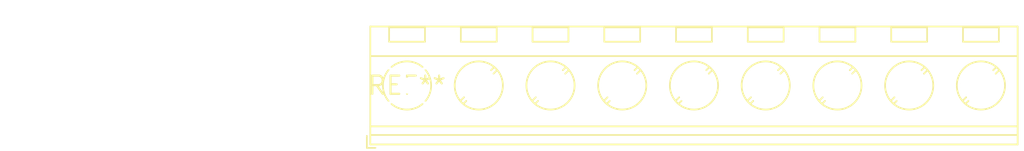
<source format=kicad_pcb>
(kicad_pcb (version 20240108) (generator pcbnew)
  (layers (0 "F.Cu" signal) (31 "B.Cu" signal) (34 "B.Paste" user) (35 "F.Paste" user) (36 "B.SilkS" user "B.Silkscreen") (37 "F.SilkS" user "F.Silkscreen") (38 "B.Mask" user) (39 "F.Mask" user) (44 "Edge.Cuts" user))
  (net 0 "")
  (footprint "TerminalBlock_RND_205-00052_1x09_P5.00mm_Horizontal" (layer "F.Cu") (at 0 0)
    (property "Reference" "REF**")
    (property "Value" "TerminalBlock_RND_205-00052_1x09_P5.00mm_Horizontal")
    (fp_line (start -2.8 3.51) (end -2.8 4.35) (layer "F.SilkS") (stroke (width 0.12)))
    (fp_line (start -2.8 4.35) (end -2.2 4.35) (layer "F.SilkS") (stroke (width 0.12)))
    (fp_line (start -2.56 -4.11) (end -2.56 4.11) (layer "F.SilkS") (stroke (width 0.12)))
    (fp_line (start -2.56 -4.11) (end 42.56 -4.11) (layer "F.SilkS") (stroke (width 0.12)))
    (fp_line (start -2.56 -2.05) (end 42.56 -2.05) (layer "F.SilkS") (stroke (width 0.12)))
    (fp_line (start -2.56 2.85) (end 42.56 2.85) (layer "F.SilkS") (stroke (width 0.12)))
    (fp_line (start -2.56 3.45) (end 42.56 3.45) (layer "F.SilkS") (stroke (width 0.12)))
    (fp_line (start -2.56 4.11) (end 42.56 4.11) (layer "F.SilkS") (stroke (width 0.12)))
    (fp_line (start -1.25 -4.05) (end -1.25 -3.05) (layer "F.SilkS") (stroke (width 0.12)))
    (fp_line (start -1.25 -4.05) (end 1.25 -4.05) (layer "F.SilkS") (stroke (width 0.12)))
    (fp_line (start -1.25 -3.05) (end 1.25 -3.05) (layer "F.SilkS") (stroke (width 0.12)))
    (fp_line (start 1.25 -4.05) (end 1.25 -3.05) (layer "F.SilkS") (stroke (width 0.12)))
    (fp_line (start 3.75 -4.05) (end 3.75 -3.05) (layer "F.SilkS") (stroke (width 0.12)))
    (fp_line (start 3.75 -4.05) (end 6.25 -4.05) (layer "F.SilkS") (stroke (width 0.12)))
    (fp_line (start 3.75 -3.05) (end 6.25 -3.05) (layer "F.SilkS") (stroke (width 0.12)))
    (fp_line (start 3.972 0.823) (end 3.726 1.069) (layer "F.SilkS") (stroke (width 0.12)))
    (fp_line (start 4.13 1.075) (end 3.931 1.274) (layer "F.SilkS") (stroke (width 0.12)))
    (fp_line (start 6.07 -1.275) (end 5.859 -1.064) (layer "F.SilkS") (stroke (width 0.12)))
    (fp_line (start 6.25 -4.05) (end 6.25 -3.05) (layer "F.SilkS") (stroke (width 0.12)))
    (fp_line (start 6.275 -1.069) (end 6.029 -0.823) (layer "F.SilkS") (stroke (width 0.12)))
    (fp_line (start 8.75 -4.05) (end 8.75 -3.05) (layer "F.SilkS") (stroke (width 0.12)))
    (fp_line (start 8.75 -4.05) (end 11.25 -4.05) (layer "F.SilkS") (stroke (width 0.12)))
    (fp_line (start 8.75 -3.05) (end 11.25 -3.05) (layer "F.SilkS") (stroke (width 0.12)))
    (fp_line (start 8.972 0.823) (end 8.726 1.069) (layer "F.SilkS") (stroke (width 0.12)))
    (fp_line (start 9.13 1.075) (end 8.931 1.274) (layer "F.SilkS") (stroke (width 0.12)))
    (fp_line (start 11.07 -1.275) (end 10.859 -1.064) (layer "F.SilkS") (stroke (width 0.12)))
    (fp_line (start 11.25 -4.05) (end 11.25 -3.05) (layer "F.SilkS") (stroke (width 0.12)))
    (fp_line (start 11.275 -1.069) (end 11.029 -0.823) (layer "F.SilkS") (stroke (width 0.12)))
    (fp_line (start 13.75 -4.05) (end 13.75 -3.05) (layer "F.SilkS") (stroke (width 0.12)))
    (fp_line (start 13.75 -4.05) (end 16.25 -4.05) (layer "F.SilkS") (stroke (width 0.12)))
    (fp_line (start 13.75 -3.05) (end 16.25 -3.05) (layer "F.SilkS") (stroke (width 0.12)))
    (fp_line (start 13.972 0.823) (end 13.726 1.069) (layer "F.SilkS") (stroke (width 0.12)))
    (fp_line (start 14.13 1.075) (end 13.931 1.274) (layer "F.SilkS") (stroke (width 0.12)))
    (fp_line (start 16.07 -1.275) (end 15.859 -1.064) (layer "F.SilkS") (stroke (width 0.12)))
    (fp_line (start 16.25 -4.05) (end 16.25 -3.05) (layer "F.SilkS") (stroke (width 0.12)))
    (fp_line (start 16.275 -1.069) (end 16.029 -0.823) (layer "F.SilkS") (stroke (width 0.12)))
    (fp_line (start 18.75 -4.05) (end 18.75 -3.05) (layer "F.SilkS") (stroke (width 0.12)))
    (fp_line (start 18.75 -4.05) (end 21.25 -4.05) (layer "F.SilkS") (stroke (width 0.12)))
    (fp_line (start 18.75 -3.05) (end 21.25 -3.05) (layer "F.SilkS") (stroke (width 0.12)))
    (fp_line (start 18.972 0.823) (end 18.726 1.069) (layer "F.SilkS") (stroke (width 0.12)))
    (fp_line (start 19.13 1.075) (end 18.931 1.274) (layer "F.SilkS") (stroke (width 0.12)))
    (fp_line (start 21.07 -1.275) (end 20.859 -1.064) (layer "F.SilkS") (stroke (width 0.12)))
    (fp_line (start 21.25 -4.05) (end 21.25 -3.05) (layer "F.SilkS") (stroke (width 0.12)))
    (fp_line (start 21.275 -1.069) (end 21.029 -0.823) (layer "F.SilkS") (stroke (width 0.12)))
    (fp_line (start 23.75 -4.05) (end 23.75 -3.05) (layer "F.SilkS") (stroke (width 0.12)))
    (fp_line (start 23.75 -4.05) (end 26.25 -4.05) (layer "F.SilkS") (stroke (width 0.12)))
    (fp_line (start 23.75 -3.05) (end 26.25 -3.05) (layer "F.SilkS") (stroke (width 0.12)))
    (fp_line (start 23.972 0.823) (end 23.726 1.069) (layer "F.SilkS") (stroke (width 0.12)))
    (fp_line (start 24.13 1.075) (end 23.931 1.274) (layer "F.SilkS") (stroke (width 0.12)))
    (fp_line (start 26.07 -1.275) (end 25.859 -1.064) (layer "F.SilkS") (stroke (width 0.12)))
    (fp_line (start 26.25 -4.05) (end 26.25 -3.05) (layer "F.SilkS") (stroke (width 0.12)))
    (fp_line (start 26.275 -1.069) (end 26.029 -0.823) (layer "F.SilkS") (stroke (width 0.12)))
    (fp_line (start 28.75 -4.05) (end 28.75 -3.05) (layer "F.SilkS") (stroke (width 0.12)))
    (fp_line (start 28.75 -4.05) (end 31.25 -4.05) (layer "F.SilkS") (stroke (width 0.12)))
    (fp_line (start 28.75 -3.05) (end 31.25 -3.05) (layer "F.SilkS") (stroke (width 0.12)))
    (fp_line (start 28.972 0.823) (end 28.726 1.069) (layer "F.SilkS") (stroke (width 0.12)))
    (fp_line (start 29.13 1.075) (end 28.931 1.274) (layer "F.SilkS") (stroke (width 0.12)))
    (fp_line (start 31.07 -1.275) (end 30.859 -1.064) (layer "F.SilkS") (stroke (width 0.12)))
    (fp_line (start 31.25 -4.05) (end 31.25 -3.05) (layer "F.SilkS") (stroke (width 0.12)))
    (fp_line (start 31.275 -1.069) (end 31.029 -0.823) (layer "F.SilkS") (stroke (width 0.12)))
    (fp_line (start 33.75 -4.05) (end 33.75 -3.05) (layer "F.SilkS") (stroke (width 0.12)))
    (fp_line (start 33.75 -4.05) (end 36.25 -4.05) (layer "F.SilkS") (stroke (width 0.12)))
    (fp_line (start 33.75 -3.05) (end 36.25 -3.05) (layer "F.SilkS") (stroke (width 0.12)))
    (fp_line (start 33.972 0.823) (end 33.726 1.069) (layer "F.SilkS") (stroke (width 0.12)))
    (fp_line (start 34.13 1.075) (end 33.931 1.274) (layer "F.SilkS") (stroke (width 0.12)))
    (fp_line (start 36.07 -1.275) (end 35.859 -1.064) (layer "F.SilkS") (stroke (width 0.12)))
    (fp_line (start 36.25 -4.05) (end 36.25 -3.05) (layer "F.SilkS") (stroke (width 0.12)))
    (fp_line (start 36.275 -1.069) (end 36.029 -0.823) (layer "F.SilkS") (stroke (width 0.12)))
    (fp_line (start 38.75 -4.05) (end 38.75 -3.05) (layer "F.SilkS") (stroke (width 0.12)))
    (fp_line (start 38.75 -4.05) (end 41.25 -4.05) (layer "F.SilkS") (stroke (width 0.12)))
    (fp_line (start 38.75 -3.05) (end 41.25 -3.05) (layer "F.SilkS") (stroke (width 0.12)))
    (fp_line (start 38.972 0.823) (end 38.726 1.069) (layer "F.SilkS") (stroke (width 0.12)))
    (fp_line (start 39.13 1.075) (end 38.931 1.274) (layer "F.SilkS") (stroke (width 0.12)))
    (fp_line (start 41.07 -1.275) (end 40.859 -1.064) (layer "F.SilkS") (stroke (width 0.12)))
    (fp_line (start 41.25 -4.05) (end 41.25 -3.05) (layer "F.SilkS") (stroke (width 0.12)))
    (fp_line (start 41.275 -1.069) (end 41.029 -0.823) (layer "F.SilkS") (stroke (width 0.12)))
    (fp_line (start 42.56 -4.11) (end 42.56 4.11) (layer "F.SilkS") (stroke (width 0.12)))
    (fp_arc (start -1.288062 1.079734) (mid -1.680752 -0.000826) (end -1.287 -1.081) (layer "F.SilkS") (stroke (width 0.12)))
    (fp_arc (start -1.079908 -1.287078) (mid 6e-05 -1.68011) (end 1.08 -1.287) (layer "F.SilkS") (stroke (width 0.12)))
    (fp_arc (start 0.028507 1.680511) (mid -0.561826 1.584071) (end -1.081 1.287) (layer "F.SilkS") (stroke (width 0.12)))
    (fp_arc (start 1.079883 1.286955) (mid 0.574594 1.578684) (end 0 1.68) (layer "F.SilkS") (stroke (width 0.12)))
    (fp_arc (start 1.287078 -1.079908) (mid 1.68011 6e-05) (end 1.287 1.08) (layer "F.SilkS") (stroke (width 0.12)))
    (fp_circle (center 5 0) (end 6.68 0) (layer "F.SilkS") (stroke (width 0.12)) (fill none))
    (fp_circle (center 10 0) (end 11.68 0) (layer "F.SilkS") (stroke (width 0.12)) (fill none))
    (fp_circle (center 15 0) (end 16.68 0) (layer "F.SilkS") (stroke (width 0.12)) (fill none))
    (fp_circle (center 20 0) (end 21.68 0) (layer "F.SilkS") (stroke (width 0.12)) (fill none))
    (fp_circle (center 25 0) (end 26.68 0) (layer "F.SilkS") (stroke (width 0.12)) (fill none))
    (fp_circle (center 30 0) (end 31.68 0) (layer "F.SilkS") (stroke (width 0.12)) (fill none))
    (fp_circle (center 35 0) (end 36.68 0) (layer "F.SilkS") (stroke (width 0.12)) (fill none))
    (fp_circle (center 40 0) (end 41.68 0) (layer "F.SilkS") (stroke (width 0.12)) (fill none))
    (pad "1" thru_hole rect (at 0 0) (size 2.1 2.1) (drill 1.1) (layers *.Cu *.Mask) (remove_unused_layers))
    (pad "2" thru_hole circle (at 5 0) (size 2.1 2.1) (drill 1.1) (layers *.Cu *.Mask) (remove_unused_layers))
    (pad "3" thru_hole circle (at 10 0) (size 2.1 2.1) (drill 1.1) (layers *.Cu *.Mask) (remove_unused_layers))
    (pad "4" thru_hole circle (at 15 0) (size 2.1 2.1) (drill 1.1) (layers *.Cu *.Mask) (remove_unused_layers))
    (pad "5" thru_hole circle (at 20 0) (size 2.1 2.1) (drill 1.1) (layers *.Cu *.Mask) (remove_unused_layers))
    (pad "6" thru_hole circle (at 25 0) (size 2.1 2.1) (drill 1.1) (layers *.Cu *.Mask) (remove_unused_layers))
    (pad "7" thru_hole circle (at 30 0) (size 2.1 2.1) (drill 1.1) (layers *.Cu *.Mask) (remove_unused_layers))
    (pad "8" thru_hole circle (at 35 0) (size 2.1 2.1) (drill 1.1) (layers *.Cu *.Mask) (remove_unused_layers))
    (pad "9" thru_hole circle (at 40 0) (size 2.1 2.1) (drill 1.1) (layers *.Cu *.Mask) (remove_unused_layers))
  )
)
</source>
